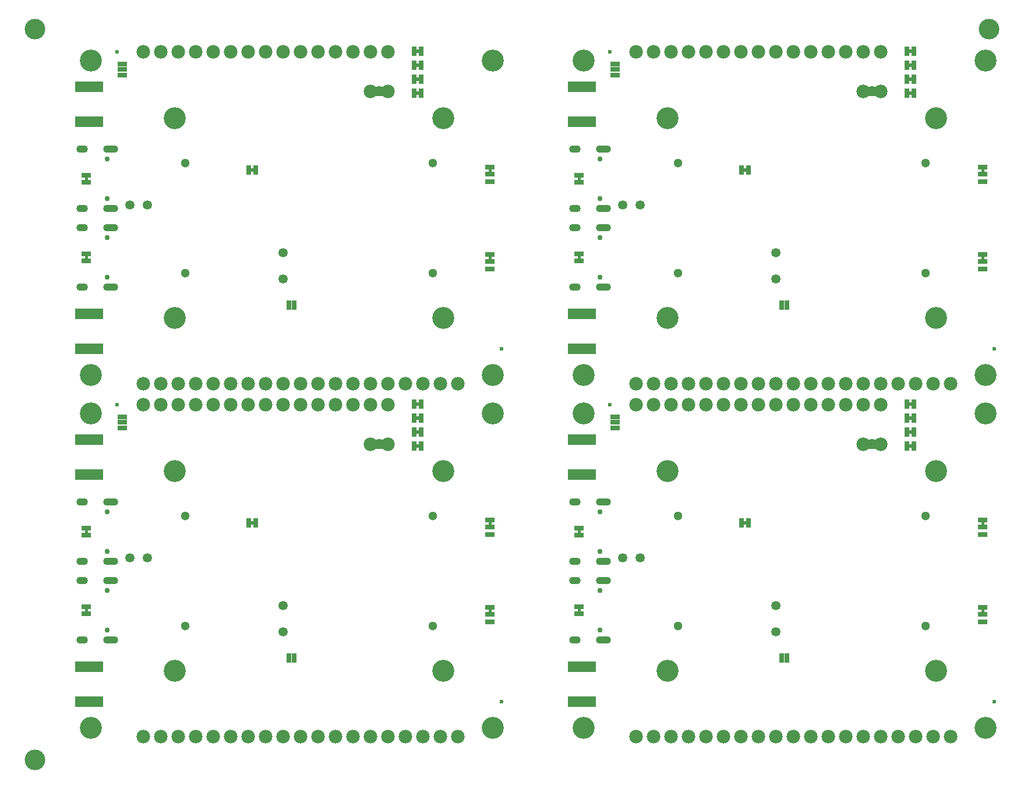
<source format=gbs>
%TF.GenerationSoftware,KiCad,Pcbnew,9.0.1*%
%TF.CreationDate,2025-04-10T15:07:41+01:00*%
%TF.ProjectId,SparkFun_GNSS_Flex_Breakout_panelized,53706172-6b46-4756-9e5f-474e53535f46,v01*%
%TF.SameCoordinates,Original*%
%TF.FileFunction,Soldermask,Bot*%
%TF.FilePolarity,Negative*%
%FSLAX46Y46*%
G04 Gerber Fmt 4.6, Leading zero omitted, Abs format (unit mm)*
G04 Created by KiCad (PCBNEW 9.0.1) date 2025-04-10 15:07:41*
%MOMM*%
%LPD*%
G01*
G04 APERTURE LIST*
G04 Aperture macros list*
%AMRoundRect*
0 Rectangle with rounded corners*
0 $1 Rounding radius*
0 $2 $3 $4 $5 $6 $7 $8 $9 X,Y pos of 4 corners*
0 Add a 4 corners polygon primitive as box body*
4,1,4,$2,$3,$4,$5,$6,$7,$8,$9,$2,$3,0*
0 Add four circle primitives for the rounded corners*
1,1,$1+$1,$2,$3*
1,1,$1+$1,$4,$5*
1,1,$1+$1,$6,$7*
1,1,$1+$1,$8,$9*
0 Add four rect primitives between the rounded corners*
20,1,$1+$1,$2,$3,$4,$5,0*
20,1,$1+$1,$4,$5,$6,$7,0*
20,1,$1+$1,$6,$7,$8,$9,0*
20,1,$1+$1,$8,$9,$2,$3,0*%
G04 Aperture macros list end*
%ADD10C,0.000000*%
%ADD11C,1.979600*%
%ADD12C,3.200000*%
%ADD13C,1.300000*%
%ADD14C,0.750000*%
%ADD15O,1.700000X1.100000*%
%ADD16O,2.200000X1.100000*%
%ADD17RoundRect,0.050000X2.000000X-0.750000X2.000000X0.750000X-2.000000X0.750000X-2.000000X-0.750000X0*%
%ADD18C,0.600000*%
%ADD19RoundRect,0.050000X-0.317500X-0.635000X0.317500X-0.635000X0.317500X0.635000X-0.317500X0.635000X0*%
%ADD20RoundRect,0.050000X-0.330200X-0.635000X0.330200X-0.635000X0.330200X0.635000X-0.330200X0.635000X0*%
%ADD21RoundRect,0.050000X-0.635000X0.330200X-0.635000X-0.330200X0.635000X-0.330200X0.635000X0.330200X0*%
%ADD22RoundRect,0.050000X0.635000X-0.330200X0.635000X0.330200X-0.635000X0.330200X-0.635000X-0.330200X0*%
%ADD23RoundRect,0.050000X0.330200X0.635000X-0.330200X0.635000X-0.330200X-0.635000X0.330200X-0.635000X0*%
%ADD24RoundRect,0.675000X0.000010X0.000010X-0.000010X0.000010X-0.000010X-0.000010X0.000010X-0.000010X0*%
%ADD25C,3.000000*%
%ADD26RoundRect,0.050000X-0.635000X0.317500X-0.635000X-0.317500X0.635000X-0.317500X0.635000X0.317500X0*%
G04 APERTURE END LIST*
D10*
%TO.C,PPS1*%
G36*
X50304700Y47384500D02*
G01*
X49796700Y47384500D01*
X49796700Y47865500D01*
X50304700Y47865500D01*
X50304700Y47384500D01*
G37*
G36*
X50304700Y98684500D02*
G01*
X49796700Y98684500D01*
X49796700Y99165500D01*
X50304700Y99165500D01*
X50304700Y98684500D01*
G37*
G36*
X121924700Y47384500D02*
G01*
X121416700Y47384500D01*
X121416700Y47865500D01*
X121924700Y47865500D01*
X121924700Y47384500D01*
G37*
G36*
X121924700Y98684500D02*
G01*
X121416700Y98684500D01*
X121416700Y99165500D01*
X121924700Y99165500D01*
X121924700Y98684500D01*
G37*
%TO.C,PWR1*%
G36*
X50304700Y49407100D02*
G01*
X49796700Y49407100D01*
X49796700Y49888100D01*
X50304700Y49888100D01*
X50304700Y49407100D01*
G37*
G36*
X121924700Y49407100D02*
G01*
X121416700Y49407100D01*
X121416700Y49888100D01*
X121924700Y49888100D01*
X121924700Y49407100D01*
G37*
G36*
X50304700Y100707100D02*
G01*
X49796700Y100707100D01*
X49796700Y101188100D01*
X50304700Y101188100D01*
X50304700Y100707100D01*
G37*
G36*
X121924700Y100707100D02*
G01*
X121416700Y100707100D01*
X121416700Y101188100D01*
X121924700Y101188100D01*
X121924700Y100707100D01*
G37*
%TO.C,SHLD2*%
G36*
X2145500Y19431000D02*
G01*
X1664500Y19431000D01*
X1664500Y19939000D01*
X2145500Y19939000D01*
X2145500Y19431000D01*
G37*
G36*
X73765500Y70731000D02*
G01*
X73284500Y70731000D01*
X73284500Y71239000D01*
X73765500Y71239000D01*
X73765500Y70731000D01*
G37*
G36*
X73765500Y19431000D02*
G01*
X73284500Y19431000D01*
X73284500Y19939000D01*
X73765500Y19939000D01*
X73765500Y19431000D01*
G37*
G36*
X2145500Y70731000D02*
G01*
X1664500Y70731000D01*
X1664500Y71239000D01*
X2145500Y71239000D01*
X2145500Y70731000D01*
G37*
%TO.C,RTK1*%
G36*
X50304700Y43320500D02*
G01*
X49796700Y43320500D01*
X49796700Y43801500D01*
X50304700Y43801500D01*
X50304700Y43320500D01*
G37*
G36*
X121924700Y94620500D02*
G01*
X121416700Y94620500D01*
X121416700Y95101500D01*
X121924700Y95101500D01*
X121924700Y94620500D01*
G37*
G36*
X50304700Y94620500D02*
G01*
X49796700Y94620500D01*
X49796700Y95101500D01*
X50304700Y95101500D01*
X50304700Y94620500D01*
G37*
G36*
X121924700Y43320500D02*
G01*
X121416700Y43320500D01*
X121416700Y43801500D01*
X121924700Y43801500D01*
X121924700Y43320500D01*
G37*
%TO.C,VOUT2*%
G36*
X60819500Y19316700D02*
G01*
X60338500Y19316700D01*
X60338500Y19824700D01*
X60819500Y19824700D01*
X60819500Y19316700D01*
G37*
G36*
X132439500Y70616700D02*
G01*
X131958500Y70616700D01*
X131958500Y71124700D01*
X132439500Y71124700D01*
X132439500Y70616700D01*
G37*
G36*
X132439500Y19316700D02*
G01*
X131958500Y19316700D01*
X131958500Y19824700D01*
X132439500Y19824700D01*
X132439500Y19316700D01*
G37*
G36*
X60819500Y70616700D02*
G01*
X60338500Y70616700D01*
X60338500Y71124700D01*
X60819500Y71124700D01*
X60819500Y70616700D01*
G37*
%TO.C,SHLD1*%
G36*
X2145500Y30861000D02*
G01*
X1664500Y30861000D01*
X1664500Y31369000D01*
X2145500Y31369000D01*
X2145500Y30861000D01*
G37*
G36*
X2145500Y82161000D02*
G01*
X1664500Y82161000D01*
X1664500Y82669000D01*
X2145500Y82669000D01*
X2145500Y82161000D01*
G37*
G36*
X73765500Y30861000D02*
G01*
X73284500Y30861000D01*
X73284500Y31369000D01*
X73765500Y31369000D01*
X73765500Y30861000D01*
G37*
G36*
X73765500Y82161000D02*
G01*
X73284500Y82161000D01*
X73284500Y82669000D01*
X73765500Y82669000D01*
X73765500Y82161000D01*
G37*
%TO.C,VBACKUP.1*%
G36*
X26274700Y32144500D02*
G01*
X25766700Y32144500D01*
X25766700Y32625500D01*
X26274700Y32625500D01*
X26274700Y32144500D01*
G37*
G36*
X26274700Y83444500D02*
G01*
X25766700Y83444500D01*
X25766700Y83925500D01*
X26274700Y83925500D01*
X26274700Y83444500D01*
G37*
G36*
X97894700Y83444500D02*
G01*
X97386700Y83444500D01*
X97386700Y83925500D01*
X97894700Y83925500D01*
X97894700Y83444500D01*
G37*
G36*
X97894700Y32144500D02*
G01*
X97386700Y32144500D01*
X97386700Y32625500D01*
X97894700Y32625500D01*
X97894700Y32144500D01*
G37*
%TO.C,JP1*%
G36*
X44704000Y43091100D02*
G01*
X44196000Y43091100D01*
X44196000Y44538900D01*
X44704000Y44538900D01*
X44704000Y43091100D01*
G37*
G36*
X116324000Y43091100D02*
G01*
X115816000Y43091100D01*
X115816000Y44538900D01*
X116324000Y44538900D01*
X116324000Y43091100D01*
G37*
G36*
X44704000Y94391100D02*
G01*
X44196000Y94391100D01*
X44196000Y95838900D01*
X44704000Y95838900D01*
X44704000Y94391100D01*
G37*
G36*
X116324000Y94391100D02*
G01*
X115816000Y94391100D01*
X115816000Y95838900D01*
X116324000Y95838900D01*
X116324000Y94391100D01*
G37*
%TO.C,VOUT1*%
G36*
X60819500Y32016700D02*
G01*
X60338500Y32016700D01*
X60338500Y32524700D01*
X60819500Y32524700D01*
X60819500Y32016700D01*
G37*
G36*
X60819500Y83316700D02*
G01*
X60338500Y83316700D01*
X60338500Y83824700D01*
X60819500Y83824700D01*
X60819500Y83316700D01*
G37*
G36*
X132439500Y32016700D02*
G01*
X131958500Y32016700D01*
X131958500Y32524700D01*
X132439500Y32524700D01*
X132439500Y32016700D01*
G37*
G36*
X132439500Y83316700D02*
G01*
X131958500Y83316700D01*
X131958500Y83824700D01*
X132439500Y83824700D01*
X132439500Y83316700D01*
G37*
%TO.C,PVT1*%
G36*
X50304700Y45352500D02*
G01*
X49796700Y45352500D01*
X49796700Y45833500D01*
X50304700Y45833500D01*
X50304700Y45352500D01*
G37*
G36*
X50304700Y96652500D02*
G01*
X49796700Y96652500D01*
X49796700Y97133500D01*
X50304700Y97133500D01*
X50304700Y96652500D01*
G37*
G36*
X121924700Y96652500D02*
G01*
X121416700Y96652500D01*
X121416700Y97133500D01*
X121924700Y97133500D01*
X121924700Y96652500D01*
G37*
G36*
X121924700Y45352500D02*
G01*
X121416700Y45352500D01*
X121416700Y45833500D01*
X121924700Y45833500D01*
X121924700Y45352500D01*
G37*
%TD*%
D11*
%TO.C,J3*%
X10160000Y49530000D03*
X12700000Y49530000D03*
X15240000Y49530000D03*
X17780000Y49530000D03*
X20320000Y49530000D03*
X22860000Y49530000D03*
X25400000Y49530000D03*
X27940000Y49530000D03*
X30480000Y49530000D03*
X33020000Y49530000D03*
X35560000Y49530000D03*
X38100000Y49530000D03*
X40640000Y49530000D03*
X43180000Y49530000D03*
X45720000Y49530000D03*
%TD*%
%TO.C,J3*%
X81780000Y49530000D03*
X84320000Y49530000D03*
X86860000Y49530000D03*
X89400000Y49530000D03*
X91940000Y49530000D03*
X94480000Y49530000D03*
X97020000Y49530000D03*
X99560000Y49530000D03*
X102100000Y49530000D03*
X104640000Y49530000D03*
X107180000Y49530000D03*
X109720000Y49530000D03*
X112260000Y49530000D03*
X114800000Y49530000D03*
X117340000Y49530000D03*
%TD*%
%TO.C,J3*%
X10160000Y100830000D03*
X12700000Y100830000D03*
X15240000Y100830000D03*
X17780000Y100830000D03*
X20320000Y100830000D03*
X22860000Y100830000D03*
X25400000Y100830000D03*
X27940000Y100830000D03*
X30480000Y100830000D03*
X33020000Y100830000D03*
X35560000Y100830000D03*
X38100000Y100830000D03*
X40640000Y100830000D03*
X43180000Y100830000D03*
X45720000Y100830000D03*
%TD*%
%TO.C,J3*%
X81780000Y100830000D03*
X84320000Y100830000D03*
X86860000Y100830000D03*
X89400000Y100830000D03*
X91940000Y100830000D03*
X94480000Y100830000D03*
X97020000Y100830000D03*
X99560000Y100830000D03*
X102100000Y100830000D03*
X104640000Y100830000D03*
X107180000Y100830000D03*
X109720000Y100830000D03*
X112260000Y100830000D03*
X114800000Y100830000D03*
X117340000Y100830000D03*
%TD*%
D12*
%TO.C,ST4*%
X60960000Y2540000D03*
%TD*%
%TO.C,ST4*%
X60960000Y53840000D03*
%TD*%
%TO.C,ST4*%
X132580000Y2540000D03*
%TD*%
%TO.C,ST4*%
X132580000Y53840000D03*
%TD*%
D13*
%TO.C,J12*%
X52250000Y33400000D03*
X52250000Y17400000D03*
%TD*%
%TO.C,J12*%
X52250000Y84700000D03*
X52250000Y68700000D03*
%TD*%
%TO.C,J12*%
X123870000Y84700000D03*
X123870000Y68700000D03*
%TD*%
%TO.C,J12*%
X123870000Y33400000D03*
X123870000Y17400000D03*
%TD*%
D11*
%TO.C,J4*%
X10160000Y1270000D03*
X12700000Y1270000D03*
X15240000Y1270000D03*
X17780000Y1270000D03*
X20320000Y1270000D03*
X22860000Y1270000D03*
X25400000Y1270000D03*
X27940000Y1270000D03*
X30480000Y1270000D03*
X33020000Y1270000D03*
X35560000Y1270000D03*
X38100000Y1270000D03*
X40640000Y1270000D03*
X43180000Y1270000D03*
X45720000Y1270000D03*
X48260000Y1270000D03*
X50800000Y1270000D03*
X53340000Y1270000D03*
X55880000Y1270000D03*
%TD*%
%TO.C,J4*%
X81780000Y52570000D03*
X84320000Y52570000D03*
X86860000Y52570000D03*
X89400000Y52570000D03*
X91940000Y52570000D03*
X94480000Y52570000D03*
X97020000Y52570000D03*
X99560000Y52570000D03*
X102100000Y52570000D03*
X104640000Y52570000D03*
X107180000Y52570000D03*
X109720000Y52570000D03*
X112260000Y52570000D03*
X114800000Y52570000D03*
X117340000Y52570000D03*
X119880000Y52570000D03*
X122420000Y52570000D03*
X124960000Y52570000D03*
X127500000Y52570000D03*
%TD*%
%TO.C,J4*%
X81780000Y1270000D03*
X84320000Y1270000D03*
X86860000Y1270000D03*
X89400000Y1270000D03*
X91940000Y1270000D03*
X94480000Y1270000D03*
X97020000Y1270000D03*
X99560000Y1270000D03*
X102100000Y1270000D03*
X104640000Y1270000D03*
X107180000Y1270000D03*
X109720000Y1270000D03*
X112260000Y1270000D03*
X114800000Y1270000D03*
X117340000Y1270000D03*
X119880000Y1270000D03*
X122420000Y1270000D03*
X124960000Y1270000D03*
X127500000Y1270000D03*
%TD*%
%TO.C,J4*%
X10160000Y52570000D03*
X12700000Y52570000D03*
X15240000Y52570000D03*
X17780000Y52570000D03*
X20320000Y52570000D03*
X22860000Y52570000D03*
X25400000Y52570000D03*
X27940000Y52570000D03*
X30480000Y52570000D03*
X33020000Y52570000D03*
X35560000Y52570000D03*
X38100000Y52570000D03*
X40640000Y52570000D03*
X43180000Y52570000D03*
X45720000Y52570000D03*
X48260000Y52570000D03*
X50800000Y52570000D03*
X53340000Y52570000D03*
X55880000Y52570000D03*
%TD*%
D14*
%TO.C,J10*%
X4905000Y34005000D03*
X4905000Y28225000D03*
D15*
X1255000Y35433000D03*
D16*
X5435000Y35433000D03*
X5435000Y26797000D03*
D15*
X1255000Y26797000D03*
%TD*%
D14*
%TO.C,J10*%
X4905000Y85305000D03*
X4905000Y79525000D03*
D15*
X1255000Y86733000D03*
D16*
X5435000Y86733000D03*
X5435000Y78097000D03*
D15*
X1255000Y78097000D03*
%TD*%
D14*
%TO.C,J10*%
X76525000Y34005000D03*
X76525000Y28225000D03*
D15*
X72875000Y35433000D03*
D16*
X77055000Y35433000D03*
X77055000Y26797000D03*
D15*
X72875000Y26797000D03*
%TD*%
D14*
%TO.C,J10*%
X76525000Y85305000D03*
X76525000Y79525000D03*
D15*
X72875000Y86733000D03*
D16*
X77055000Y86733000D03*
X77055000Y78097000D03*
D15*
X72875000Y78097000D03*
%TD*%
D17*
%TO.C,J6*%
X2286000Y6350000D03*
X2286000Y11430000D03*
%TD*%
%TO.C,J6*%
X73906000Y57650000D03*
X73906000Y62730000D03*
%TD*%
%TO.C,J6*%
X2286000Y57650000D03*
X2286000Y62730000D03*
%TD*%
%TO.C,J6*%
X73906000Y6350000D03*
X73906000Y11430000D03*
%TD*%
%TO.C,J2*%
X2286000Y39370000D03*
X2286000Y44450000D03*
%TD*%
%TO.C,J2*%
X73906000Y39370000D03*
X73906000Y44450000D03*
%TD*%
%TO.C,J2*%
X73906000Y90670000D03*
X73906000Y95750000D03*
%TD*%
%TO.C,J2*%
X2286000Y90670000D03*
X2286000Y95750000D03*
%TD*%
D13*
%TO.C,J11*%
X16250000Y33400000D03*
X16250000Y17400000D03*
%TD*%
%TO.C,J11*%
X87870000Y84700000D03*
X87870000Y68700000D03*
%TD*%
%TO.C,J11*%
X16250000Y84700000D03*
X16250000Y68700000D03*
%TD*%
%TO.C,J11*%
X87870000Y33400000D03*
X87870000Y17400000D03*
%TD*%
D12*
%TO.C,ST5*%
X14750000Y39900000D03*
%TD*%
%TO.C,ST5*%
X14750000Y91200000D03*
%TD*%
%TO.C,ST5*%
X86370000Y39900000D03*
%TD*%
%TO.C,ST5*%
X86370000Y91200000D03*
%TD*%
%TO.C,ST3*%
X60960000Y48260000D03*
%TD*%
%TO.C,ST3*%
X132580000Y48260000D03*
%TD*%
%TO.C,ST3*%
X132580000Y99560000D03*
%TD*%
%TO.C,ST3*%
X60960000Y99560000D03*
%TD*%
D14*
%TO.C,J7*%
X4905000Y22575000D03*
X4905000Y16795000D03*
D15*
X1255000Y24003000D03*
D16*
X5435000Y24003000D03*
X5435000Y15367000D03*
D15*
X1255000Y15367000D03*
%TD*%
D14*
%TO.C,J7*%
X4905000Y73875000D03*
X4905000Y68095000D03*
D15*
X1255000Y75303000D03*
D16*
X5435000Y75303000D03*
X5435000Y66667000D03*
D15*
X1255000Y66667000D03*
%TD*%
D14*
%TO.C,J7*%
X76525000Y73875000D03*
X76525000Y68095000D03*
D15*
X72875000Y75303000D03*
D16*
X77055000Y75303000D03*
X77055000Y66667000D03*
D15*
X72875000Y66667000D03*
%TD*%
D14*
%TO.C,J7*%
X76525000Y22575000D03*
X76525000Y16795000D03*
D15*
X72875000Y24003000D03*
D16*
X77055000Y24003000D03*
X77055000Y15367000D03*
D15*
X72875000Y15367000D03*
%TD*%
D12*
%TO.C,ST6*%
X14750000Y10900000D03*
%TD*%
%TO.C,ST6*%
X86370000Y10900000D03*
%TD*%
%TO.C,ST6*%
X86370000Y62200000D03*
%TD*%
%TO.C,ST6*%
X14750000Y62200000D03*
%TD*%
%TO.C,ST8*%
X53750000Y10900000D03*
%TD*%
%TO.C,ST8*%
X53750000Y62200000D03*
%TD*%
%TO.C,ST8*%
X125370000Y10900000D03*
%TD*%
%TO.C,ST8*%
X125370000Y62200000D03*
%TD*%
%TO.C,ST1*%
X2540000Y48260000D03*
%TD*%
%TO.C,ST1*%
X2540000Y99560000D03*
%TD*%
%TO.C,ST1*%
X74160000Y48260000D03*
%TD*%
%TO.C,ST1*%
X74160000Y99560000D03*
%TD*%
%TO.C,ST7*%
X53750000Y39900000D03*
%TD*%
%TO.C,ST7*%
X125370000Y91200000D03*
%TD*%
%TO.C,ST7*%
X53750000Y91200000D03*
%TD*%
%TO.C,ST7*%
X125370000Y39900000D03*
%TD*%
%TO.C,ST2*%
X2540000Y2540000D03*
%TD*%
%TO.C,ST2*%
X2540000Y53840000D03*
%TD*%
%TO.C,ST2*%
X74160000Y2540000D03*
%TD*%
%TO.C,ST2*%
X74160000Y53840000D03*
%TD*%
D18*
%TO.C,FID3*%
X6350000Y49530000D03*
%TD*%
%TO.C,FID3*%
X6350000Y100830000D03*
%TD*%
%TO.C,FID3*%
X77970000Y49530000D03*
%TD*%
%TO.C,FID3*%
X77970000Y100830000D03*
%TD*%
D19*
%TO.C,CH342_EN.1*%
X31318200Y12700000D03*
X32131000Y12700000D03*
%TD*%
%TO.C,CH342_EN.1*%
X102938200Y64000000D03*
X103751000Y64000000D03*
%TD*%
%TO.C,CH342_EN.1*%
X31318200Y64000000D03*
X32131000Y64000000D03*
%TD*%
%TO.C,CH342_EN.1*%
X102938200Y12700000D03*
X103751000Y12700000D03*
%TD*%
D20*
%TO.C,PPS1*%
X49530000Y47625000D03*
X50571400Y47625000D03*
%TD*%
%TO.C,PPS1*%
X49530000Y98925000D03*
X50571400Y98925000D03*
%TD*%
%TO.C,PPS1*%
X121150000Y47625000D03*
X122191400Y47625000D03*
%TD*%
%TO.C,PPS1*%
X121150000Y98925000D03*
X122191400Y98925000D03*
%TD*%
%TO.C,PWR1*%
X49530000Y49647600D03*
X50571400Y49647600D03*
%TD*%
%TO.C,PWR1*%
X121150000Y49647600D03*
X122191400Y49647600D03*
%TD*%
%TO.C,PWR1*%
X49530000Y100947600D03*
X50571400Y100947600D03*
%TD*%
%TO.C,PWR1*%
X121150000Y100947600D03*
X122191400Y100947600D03*
%TD*%
D21*
%TO.C,SHLD2*%
X1905000Y20205700D03*
X1905000Y19164300D03*
%TD*%
%TO.C,SHLD2*%
X73525000Y71505700D03*
X73525000Y70464300D03*
%TD*%
%TO.C,SHLD2*%
X73525000Y20205700D03*
X73525000Y19164300D03*
%TD*%
%TO.C,SHLD2*%
X1905000Y71505700D03*
X1905000Y70464300D03*
%TD*%
D18*
%TO.C,FID2*%
X62230000Y6350000D03*
%TD*%
%TO.C,FID2*%
X62230000Y57650000D03*
%TD*%
%TO.C,FID2*%
X133850000Y6350000D03*
%TD*%
%TO.C,FID2*%
X133850000Y57650000D03*
%TD*%
D20*
%TO.C,RTK1*%
X49530000Y43561000D03*
X50571400Y43561000D03*
%TD*%
%TO.C,RTK1*%
X121150000Y94861000D03*
X122191400Y94861000D03*
%TD*%
%TO.C,RTK1*%
X49530000Y94861000D03*
X50571400Y94861000D03*
%TD*%
%TO.C,RTK1*%
X121150000Y43561000D03*
X122191400Y43561000D03*
%TD*%
D21*
%TO.C,VOUT2*%
X60579000Y20091400D03*
X60579000Y19050000D03*
D22*
X60579000Y18008600D03*
%TD*%
D21*
%TO.C,VOUT2*%
X132199000Y71391400D03*
X132199000Y70350000D03*
D22*
X132199000Y69308600D03*
%TD*%
D21*
%TO.C,VOUT2*%
X132199000Y20091400D03*
X132199000Y19050000D03*
D22*
X132199000Y18008600D03*
%TD*%
D21*
%TO.C,VOUT2*%
X60579000Y71391400D03*
X60579000Y70350000D03*
D22*
X60579000Y69308600D03*
%TD*%
D21*
%TO.C,SHLD1*%
X1905000Y31635700D03*
X1905000Y30594300D03*
%TD*%
%TO.C,SHLD1*%
X1905000Y82935700D03*
X1905000Y81894300D03*
%TD*%
%TO.C,SHLD1*%
X73525000Y31635700D03*
X73525000Y30594300D03*
%TD*%
%TO.C,SHLD1*%
X73525000Y82935700D03*
X73525000Y81894300D03*
%TD*%
D23*
%TO.C,VBACKUP.1*%
X26541400Y32385000D03*
X25500000Y32385000D03*
%TD*%
%TO.C,VBACKUP.1*%
X26541400Y83685000D03*
X25500000Y83685000D03*
%TD*%
%TO.C,VBACKUP.1*%
X98161400Y83685000D03*
X97120000Y83685000D03*
%TD*%
%TO.C,VBACKUP.1*%
X98161400Y32385000D03*
X97120000Y32385000D03*
%TD*%
D11*
%TO.C,JP1*%
X43180000Y43815000D03*
D19*
X43942000Y43815000D03*
X44958000Y43815000D03*
D11*
X45720000Y43815000D03*
%TD*%
%TO.C,JP1*%
X114800000Y43815000D03*
D19*
X115562000Y43815000D03*
X116578000Y43815000D03*
D11*
X117340000Y43815000D03*
%TD*%
%TO.C,JP1*%
X43180000Y95115000D03*
D19*
X43942000Y95115000D03*
X44958000Y95115000D03*
D11*
X45720000Y95115000D03*
%TD*%
%TO.C,JP1*%
X114800000Y95115000D03*
D19*
X115562000Y95115000D03*
X116578000Y95115000D03*
D11*
X117340000Y95115000D03*
%TD*%
D24*
%TO.C,TP12*%
X30480000Y16510000D03*
%TD*%
%TO.C,TP12*%
X30480000Y67810000D03*
%TD*%
%TO.C,TP12*%
X102100000Y16510000D03*
%TD*%
%TO.C,TP12*%
X102100000Y67810000D03*
%TD*%
D25*
%TO.C,*%
X-5620000Y104187500D03*
%TD*%
D24*
%TO.C,TP14*%
X10795000Y27305000D03*
%TD*%
%TO.C,TP14*%
X82415000Y78605000D03*
%TD*%
%TO.C,TP14*%
X10795000Y78605000D03*
%TD*%
%TO.C,TP14*%
X82415000Y27305000D03*
%TD*%
D25*
%TO.C,*%
X133120000Y104187500D03*
%TD*%
D26*
%TO.C,JP2*%
X7112000Y47802800D03*
X7112000Y46990000D03*
X7112000Y46177200D03*
%TD*%
%TO.C,JP2*%
X7112000Y99102800D03*
X7112000Y98290000D03*
X7112000Y97477200D03*
%TD*%
%TO.C,JP2*%
X78732000Y47802800D03*
X78732000Y46990000D03*
X78732000Y46177200D03*
%TD*%
%TO.C,JP2*%
X78732000Y99102800D03*
X78732000Y98290000D03*
X78732000Y97477200D03*
%TD*%
D21*
%TO.C,VOUT1*%
X60579000Y32791400D03*
X60579000Y31750000D03*
D22*
X60579000Y30708600D03*
%TD*%
D21*
%TO.C,VOUT1*%
X60579000Y84091400D03*
X60579000Y83050000D03*
D22*
X60579000Y82008600D03*
%TD*%
D21*
%TO.C,VOUT1*%
X132199000Y32791400D03*
X132199000Y31750000D03*
D22*
X132199000Y30708600D03*
%TD*%
D21*
%TO.C,VOUT1*%
X132199000Y84091400D03*
X132199000Y83050000D03*
D22*
X132199000Y82008600D03*
%TD*%
D24*
%TO.C,TP10*%
X8255000Y27305000D03*
%TD*%
%TO.C,TP10*%
X8255000Y78605000D03*
%TD*%
%TO.C,TP10*%
X79875000Y27305000D03*
%TD*%
%TO.C,TP10*%
X79875000Y78605000D03*
%TD*%
D20*
%TO.C,PVT1*%
X49530000Y45593000D03*
X50571400Y45593000D03*
%TD*%
%TO.C,PVT1*%
X49530000Y96893000D03*
X50571400Y96893000D03*
%TD*%
%TO.C,PVT1*%
X121150000Y96893000D03*
X122191400Y96893000D03*
%TD*%
%TO.C,PVT1*%
X121150000Y45593000D03*
X122191400Y45593000D03*
%TD*%
D24*
%TO.C,TP9*%
X30480000Y20320000D03*
%TD*%
%TO.C,TP9*%
X102100000Y20320000D03*
%TD*%
%TO.C,TP9*%
X30480000Y71620000D03*
%TD*%
%TO.C,TP9*%
X102100000Y71620000D03*
%TD*%
D25*
%TO.C,*%
X-5620000Y-2087500D03*
%TD*%
M02*

</source>
